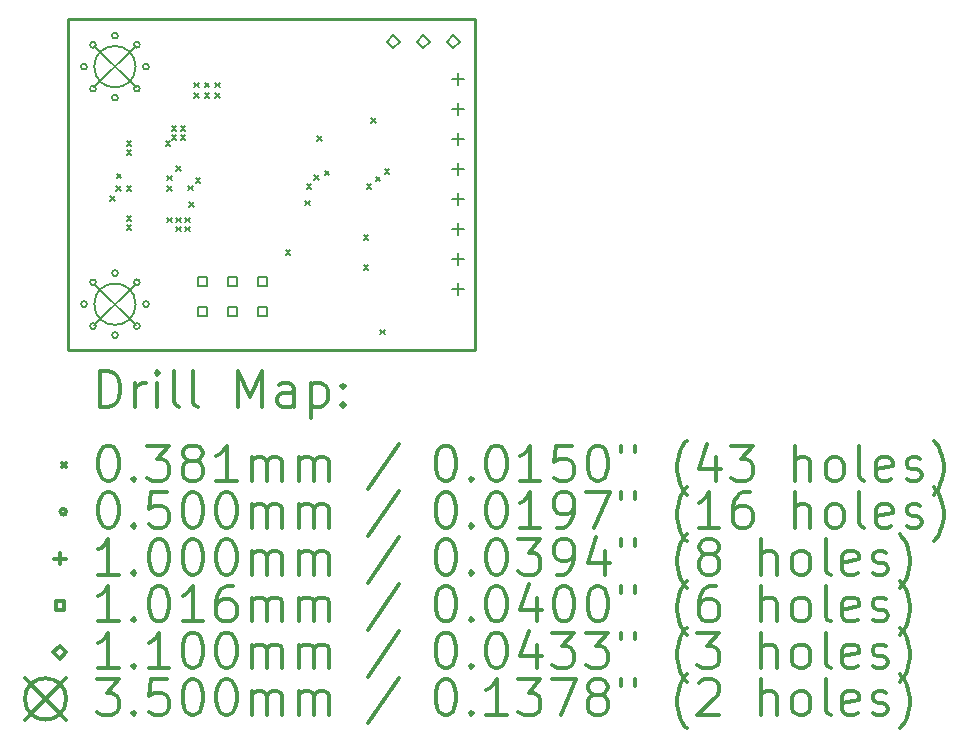
<source format=gbr>
%FSLAX45Y45*%
G04 Gerber Fmt 4.5, Leading zero omitted, Abs format (unit mm)*
G04 Created by KiCad (PCBNEW 5.1.10) date 2021-05-27 14:18:21*
%MOMM*%
%LPD*%
G01*
G04 APERTURE LIST*
%TA.AperFunction,Profile*%
%ADD10C,0.254000*%
%TD*%
%ADD11C,0.200000*%
%ADD12C,0.300000*%
G04 APERTURE END LIST*
D10*
X13610000Y-10160000D02*
X10160000Y-10160000D01*
X13610000Y-7360000D02*
X13610000Y-10160000D01*
X10160000Y-7360000D02*
X13610000Y-7360000D01*
X10160000Y-10160000D02*
X10160000Y-7360000D01*
D11*
X10521950Y-8858250D02*
X10560050Y-8896350D01*
X10560050Y-8858250D02*
X10521950Y-8896350D01*
X10572750Y-8774050D02*
X10610850Y-8812150D01*
X10610850Y-8774050D02*
X10572750Y-8812150D01*
X10574550Y-8665950D02*
X10612650Y-8704050D01*
X10612650Y-8665950D02*
X10574550Y-8704050D01*
X10661650Y-8393050D02*
X10699750Y-8431150D01*
X10699750Y-8393050D02*
X10661650Y-8431150D01*
X10661650Y-8469250D02*
X10699750Y-8507350D01*
X10699750Y-8469250D02*
X10661650Y-8507350D01*
X10661650Y-8774050D02*
X10699750Y-8812150D01*
X10699750Y-8774050D02*
X10661650Y-8812150D01*
X10661650Y-9028050D02*
X10699750Y-9066150D01*
X10699750Y-9028050D02*
X10661650Y-9066150D01*
X10661650Y-9104250D02*
X10699750Y-9142350D01*
X10699750Y-9104250D02*
X10661650Y-9142350D01*
X10991850Y-8393050D02*
X11029950Y-8431150D01*
X11029950Y-8393050D02*
X10991850Y-8431150D01*
X11004391Y-8685468D02*
X11042491Y-8723568D01*
X11042491Y-8685468D02*
X11004391Y-8723568D01*
X11004550Y-9040750D02*
X11042650Y-9078850D01*
X11042650Y-9040750D02*
X11004550Y-9078850D01*
X11004551Y-8774369D02*
X11042651Y-8812469D01*
X11042651Y-8774369D02*
X11004551Y-8812469D01*
X11042650Y-8266050D02*
X11080750Y-8304150D01*
X11080750Y-8266050D02*
X11042650Y-8304150D01*
X11042650Y-8342250D02*
X11080750Y-8380350D01*
X11080750Y-8342250D02*
X11042650Y-8380350D01*
X11080750Y-8604250D02*
X11118850Y-8642350D01*
X11118850Y-8604250D02*
X11080750Y-8642350D01*
X11080750Y-9040750D02*
X11118850Y-9078850D01*
X11118850Y-9040750D02*
X11080750Y-9078850D01*
X11080750Y-9116950D02*
X11118850Y-9155050D01*
X11118850Y-9116950D02*
X11080750Y-9155050D01*
X11118850Y-8266050D02*
X11156950Y-8304150D01*
X11156950Y-8266050D02*
X11118850Y-8304150D01*
X11118850Y-8342250D02*
X11156950Y-8380350D01*
X11156950Y-8342250D02*
X11118850Y-8380350D01*
X11156950Y-9040750D02*
X11195050Y-9078850D01*
X11195050Y-9040750D02*
X11156950Y-9078850D01*
X11156950Y-9116950D02*
X11195050Y-9155050D01*
X11195050Y-9116950D02*
X11156950Y-9155050D01*
X11182350Y-8769350D02*
X11220450Y-8807450D01*
X11220450Y-8769350D02*
X11182350Y-8807450D01*
X11188700Y-8909050D02*
X11226800Y-8947150D01*
X11226800Y-8909050D02*
X11188700Y-8947150D01*
X11233150Y-7897750D02*
X11271250Y-7935850D01*
X11271250Y-7897750D02*
X11233150Y-7935850D01*
X11233150Y-7986650D02*
X11271250Y-8024750D01*
X11271250Y-7986650D02*
X11233150Y-8024750D01*
X11245850Y-8705850D02*
X11283950Y-8743950D01*
X11283950Y-8705850D02*
X11245850Y-8743950D01*
X11322050Y-7897750D02*
X11360150Y-7935850D01*
X11360150Y-7897750D02*
X11322050Y-7935850D01*
X11322050Y-7986650D02*
X11360150Y-8024750D01*
X11360150Y-7986650D02*
X11322050Y-8024750D01*
X11410950Y-7897750D02*
X11449050Y-7935850D01*
X11449050Y-7897750D02*
X11410950Y-7935850D01*
X11410950Y-7986650D02*
X11449050Y-8024750D01*
X11449050Y-7986650D02*
X11410950Y-8024750D01*
X12007850Y-9315450D02*
X12045950Y-9353550D01*
X12045950Y-9315450D02*
X12007850Y-9353550D01*
X12172950Y-8896350D02*
X12211050Y-8934450D01*
X12211050Y-8896350D02*
X12172950Y-8934450D01*
X12185650Y-8756650D02*
X12223750Y-8794750D01*
X12223750Y-8756650D02*
X12185650Y-8794750D01*
X12249150Y-8680450D02*
X12287250Y-8718550D01*
X12287250Y-8680450D02*
X12249150Y-8718550D01*
X12274550Y-8350250D02*
X12312650Y-8388350D01*
X12312650Y-8350250D02*
X12274550Y-8388350D01*
X12338050Y-8642350D02*
X12376150Y-8680450D01*
X12376150Y-8642350D02*
X12338050Y-8680450D01*
X12668250Y-9188450D02*
X12706350Y-9226550D01*
X12706350Y-9188450D02*
X12668250Y-9226550D01*
X12668250Y-9442450D02*
X12706350Y-9480550D01*
X12706350Y-9442450D02*
X12668250Y-9480550D01*
X12693650Y-8756650D02*
X12731750Y-8794750D01*
X12731750Y-8756650D02*
X12693650Y-8794750D01*
X12731750Y-8197850D02*
X12769850Y-8235950D01*
X12769850Y-8197850D02*
X12731750Y-8235950D01*
X12769850Y-8693150D02*
X12807950Y-8731250D01*
X12807950Y-8693150D02*
X12769850Y-8731250D01*
X12807950Y-9988550D02*
X12846050Y-10026650D01*
X12846050Y-9988550D02*
X12807950Y-10026650D01*
X12846050Y-8629650D02*
X12884150Y-8667750D01*
X12884150Y-8629650D02*
X12846050Y-8667750D01*
X10322500Y-7760000D02*
G75*
G03*
X10322500Y-7760000I-25000J0D01*
G01*
X10322500Y-9771000D02*
G75*
G03*
X10322500Y-9771000I-25000J0D01*
G01*
X10399385Y-7574384D02*
G75*
G03*
X10399385Y-7574384I-25000J0D01*
G01*
X10399385Y-7945615D02*
G75*
G03*
X10399385Y-7945615I-25000J0D01*
G01*
X10399385Y-9585385D02*
G75*
G03*
X10399385Y-9585385I-25000J0D01*
G01*
X10399385Y-9956616D02*
G75*
G03*
X10399385Y-9956616I-25000J0D01*
G01*
X10585000Y-7497500D02*
G75*
G03*
X10585000Y-7497500I-25000J0D01*
G01*
X10585000Y-8022500D02*
G75*
G03*
X10585000Y-8022500I-25000J0D01*
G01*
X10585000Y-9508500D02*
G75*
G03*
X10585000Y-9508500I-25000J0D01*
G01*
X10585000Y-10033500D02*
G75*
G03*
X10585000Y-10033500I-25000J0D01*
G01*
X10770616Y-7574384D02*
G75*
G03*
X10770616Y-7574384I-25000J0D01*
G01*
X10770616Y-7945615D02*
G75*
G03*
X10770616Y-7945615I-25000J0D01*
G01*
X10770616Y-9585385D02*
G75*
G03*
X10770616Y-9585385I-25000J0D01*
G01*
X10770616Y-9956616D02*
G75*
G03*
X10770616Y-9956616I-25000J0D01*
G01*
X10847500Y-7760000D02*
G75*
G03*
X10847500Y-7760000I-25000J0D01*
G01*
X10847500Y-9771000D02*
G75*
G03*
X10847500Y-9771000I-25000J0D01*
G01*
X13462000Y-7816000D02*
X13462000Y-7916000D01*
X13412000Y-7866000D02*
X13512000Y-7866000D01*
X13462000Y-8070000D02*
X13462000Y-8170000D01*
X13412000Y-8120000D02*
X13512000Y-8120000D01*
X13462000Y-8324000D02*
X13462000Y-8424000D01*
X13412000Y-8374000D02*
X13512000Y-8374000D01*
X13462000Y-8578000D02*
X13462000Y-8678000D01*
X13412000Y-8628000D02*
X13512000Y-8628000D01*
X13462000Y-8832000D02*
X13462000Y-8932000D01*
X13412000Y-8882000D02*
X13512000Y-8882000D01*
X13462000Y-9086000D02*
X13462000Y-9186000D01*
X13412000Y-9136000D02*
X13512000Y-9136000D01*
X13462000Y-9340000D02*
X13462000Y-9440000D01*
X13412000Y-9390000D02*
X13512000Y-9390000D01*
X13462000Y-9594000D02*
X13462000Y-9694000D01*
X13412000Y-9644000D02*
X13512000Y-9644000D01*
X11338921Y-9616421D02*
X11338921Y-9544579D01*
X11267079Y-9544579D01*
X11267079Y-9616421D01*
X11338921Y-9616421D01*
X11338921Y-9870421D02*
X11338921Y-9798579D01*
X11267079Y-9798579D01*
X11267079Y-9870421D01*
X11338921Y-9870421D01*
X11592921Y-9616421D02*
X11592921Y-9544579D01*
X11521079Y-9544579D01*
X11521079Y-9616421D01*
X11592921Y-9616421D01*
X11592921Y-9870421D02*
X11592921Y-9798579D01*
X11521079Y-9798579D01*
X11521079Y-9870421D01*
X11592921Y-9870421D01*
X11846921Y-9616421D02*
X11846921Y-9544579D01*
X11775079Y-9544579D01*
X11775079Y-9616421D01*
X11846921Y-9616421D01*
X11846921Y-9870421D02*
X11846921Y-9798579D01*
X11775079Y-9798579D01*
X11775079Y-9870421D01*
X11846921Y-9870421D01*
X12915900Y-7605150D02*
X12970900Y-7550150D01*
X12915900Y-7495150D01*
X12860900Y-7550150D01*
X12915900Y-7605150D01*
X13169900Y-7605150D02*
X13224900Y-7550150D01*
X13169900Y-7495150D01*
X13114900Y-7550150D01*
X13169900Y-7605150D01*
X13423900Y-7605150D02*
X13478900Y-7550150D01*
X13423900Y-7495150D01*
X13368900Y-7550150D01*
X13423900Y-7605150D01*
X10385000Y-7585000D02*
X10735000Y-7935000D01*
X10735000Y-7585000D02*
X10385000Y-7935000D01*
X10735000Y-7760000D02*
G75*
G03*
X10735000Y-7760000I-175000J0D01*
G01*
X10385000Y-9596000D02*
X10735000Y-9946000D01*
X10735000Y-9596000D02*
X10385000Y-9946000D01*
X10735000Y-9771000D02*
G75*
G03*
X10735000Y-9771000I-175000J0D01*
G01*
D12*
X10433728Y-10638414D02*
X10433728Y-10338414D01*
X10505157Y-10338414D01*
X10548014Y-10352700D01*
X10576586Y-10381272D01*
X10590871Y-10409843D01*
X10605157Y-10466986D01*
X10605157Y-10509843D01*
X10590871Y-10566986D01*
X10576586Y-10595557D01*
X10548014Y-10624129D01*
X10505157Y-10638414D01*
X10433728Y-10638414D01*
X10733728Y-10638414D02*
X10733728Y-10438414D01*
X10733728Y-10495557D02*
X10748014Y-10466986D01*
X10762300Y-10452700D01*
X10790871Y-10438414D01*
X10819443Y-10438414D01*
X10919443Y-10638414D02*
X10919443Y-10438414D01*
X10919443Y-10338414D02*
X10905157Y-10352700D01*
X10919443Y-10366986D01*
X10933728Y-10352700D01*
X10919443Y-10338414D01*
X10919443Y-10366986D01*
X11105157Y-10638414D02*
X11076586Y-10624129D01*
X11062300Y-10595557D01*
X11062300Y-10338414D01*
X11262300Y-10638414D02*
X11233728Y-10624129D01*
X11219443Y-10595557D01*
X11219443Y-10338414D01*
X11605157Y-10638414D02*
X11605157Y-10338414D01*
X11705157Y-10552700D01*
X11805157Y-10338414D01*
X11805157Y-10638414D01*
X12076586Y-10638414D02*
X12076586Y-10481272D01*
X12062300Y-10452700D01*
X12033728Y-10438414D01*
X11976586Y-10438414D01*
X11948014Y-10452700D01*
X12076586Y-10624129D02*
X12048014Y-10638414D01*
X11976586Y-10638414D01*
X11948014Y-10624129D01*
X11933728Y-10595557D01*
X11933728Y-10566986D01*
X11948014Y-10538414D01*
X11976586Y-10524129D01*
X12048014Y-10524129D01*
X12076586Y-10509843D01*
X12219443Y-10438414D02*
X12219443Y-10738414D01*
X12219443Y-10452700D02*
X12248014Y-10438414D01*
X12305157Y-10438414D01*
X12333728Y-10452700D01*
X12348014Y-10466986D01*
X12362300Y-10495557D01*
X12362300Y-10581272D01*
X12348014Y-10609843D01*
X12333728Y-10624129D01*
X12305157Y-10638414D01*
X12248014Y-10638414D01*
X12219443Y-10624129D01*
X12490871Y-10609843D02*
X12505157Y-10624129D01*
X12490871Y-10638414D01*
X12476586Y-10624129D01*
X12490871Y-10609843D01*
X12490871Y-10638414D01*
X12490871Y-10452700D02*
X12505157Y-10466986D01*
X12490871Y-10481272D01*
X12476586Y-10466986D01*
X12490871Y-10452700D01*
X12490871Y-10481272D01*
X10109200Y-11113650D02*
X10147300Y-11151750D01*
X10147300Y-11113650D02*
X10109200Y-11151750D01*
X10490871Y-10968414D02*
X10519443Y-10968414D01*
X10548014Y-10982700D01*
X10562300Y-10996986D01*
X10576586Y-11025557D01*
X10590871Y-11082700D01*
X10590871Y-11154129D01*
X10576586Y-11211271D01*
X10562300Y-11239843D01*
X10548014Y-11254129D01*
X10519443Y-11268414D01*
X10490871Y-11268414D01*
X10462300Y-11254129D01*
X10448014Y-11239843D01*
X10433728Y-11211271D01*
X10419443Y-11154129D01*
X10419443Y-11082700D01*
X10433728Y-11025557D01*
X10448014Y-10996986D01*
X10462300Y-10982700D01*
X10490871Y-10968414D01*
X10719443Y-11239843D02*
X10733728Y-11254129D01*
X10719443Y-11268414D01*
X10705157Y-11254129D01*
X10719443Y-11239843D01*
X10719443Y-11268414D01*
X10833728Y-10968414D02*
X11019443Y-10968414D01*
X10919443Y-11082700D01*
X10962300Y-11082700D01*
X10990871Y-11096986D01*
X11005157Y-11111272D01*
X11019443Y-11139843D01*
X11019443Y-11211271D01*
X11005157Y-11239843D01*
X10990871Y-11254129D01*
X10962300Y-11268414D01*
X10876586Y-11268414D01*
X10848014Y-11254129D01*
X10833728Y-11239843D01*
X11190871Y-11096986D02*
X11162300Y-11082700D01*
X11148014Y-11068414D01*
X11133728Y-11039843D01*
X11133728Y-11025557D01*
X11148014Y-10996986D01*
X11162300Y-10982700D01*
X11190871Y-10968414D01*
X11248014Y-10968414D01*
X11276586Y-10982700D01*
X11290871Y-10996986D01*
X11305157Y-11025557D01*
X11305157Y-11039843D01*
X11290871Y-11068414D01*
X11276586Y-11082700D01*
X11248014Y-11096986D01*
X11190871Y-11096986D01*
X11162300Y-11111272D01*
X11148014Y-11125557D01*
X11133728Y-11154129D01*
X11133728Y-11211271D01*
X11148014Y-11239843D01*
X11162300Y-11254129D01*
X11190871Y-11268414D01*
X11248014Y-11268414D01*
X11276586Y-11254129D01*
X11290871Y-11239843D01*
X11305157Y-11211271D01*
X11305157Y-11154129D01*
X11290871Y-11125557D01*
X11276586Y-11111272D01*
X11248014Y-11096986D01*
X11590871Y-11268414D02*
X11419443Y-11268414D01*
X11505157Y-11268414D02*
X11505157Y-10968414D01*
X11476586Y-11011272D01*
X11448014Y-11039843D01*
X11419443Y-11054129D01*
X11719443Y-11268414D02*
X11719443Y-11068414D01*
X11719443Y-11096986D02*
X11733728Y-11082700D01*
X11762300Y-11068414D01*
X11805157Y-11068414D01*
X11833728Y-11082700D01*
X11848014Y-11111272D01*
X11848014Y-11268414D01*
X11848014Y-11111272D02*
X11862300Y-11082700D01*
X11890871Y-11068414D01*
X11933728Y-11068414D01*
X11962300Y-11082700D01*
X11976586Y-11111272D01*
X11976586Y-11268414D01*
X12119443Y-11268414D02*
X12119443Y-11068414D01*
X12119443Y-11096986D02*
X12133728Y-11082700D01*
X12162300Y-11068414D01*
X12205157Y-11068414D01*
X12233728Y-11082700D01*
X12248014Y-11111272D01*
X12248014Y-11268414D01*
X12248014Y-11111272D02*
X12262300Y-11082700D01*
X12290871Y-11068414D01*
X12333728Y-11068414D01*
X12362300Y-11082700D01*
X12376586Y-11111272D01*
X12376586Y-11268414D01*
X12962300Y-10954129D02*
X12705157Y-11339843D01*
X13348014Y-10968414D02*
X13376586Y-10968414D01*
X13405157Y-10982700D01*
X13419443Y-10996986D01*
X13433728Y-11025557D01*
X13448014Y-11082700D01*
X13448014Y-11154129D01*
X13433728Y-11211271D01*
X13419443Y-11239843D01*
X13405157Y-11254129D01*
X13376586Y-11268414D01*
X13348014Y-11268414D01*
X13319443Y-11254129D01*
X13305157Y-11239843D01*
X13290871Y-11211271D01*
X13276586Y-11154129D01*
X13276586Y-11082700D01*
X13290871Y-11025557D01*
X13305157Y-10996986D01*
X13319443Y-10982700D01*
X13348014Y-10968414D01*
X13576586Y-11239843D02*
X13590871Y-11254129D01*
X13576586Y-11268414D01*
X13562300Y-11254129D01*
X13576586Y-11239843D01*
X13576586Y-11268414D01*
X13776586Y-10968414D02*
X13805157Y-10968414D01*
X13833728Y-10982700D01*
X13848014Y-10996986D01*
X13862300Y-11025557D01*
X13876586Y-11082700D01*
X13876586Y-11154129D01*
X13862300Y-11211271D01*
X13848014Y-11239843D01*
X13833728Y-11254129D01*
X13805157Y-11268414D01*
X13776586Y-11268414D01*
X13748014Y-11254129D01*
X13733728Y-11239843D01*
X13719443Y-11211271D01*
X13705157Y-11154129D01*
X13705157Y-11082700D01*
X13719443Y-11025557D01*
X13733728Y-10996986D01*
X13748014Y-10982700D01*
X13776586Y-10968414D01*
X14162300Y-11268414D02*
X13990871Y-11268414D01*
X14076586Y-11268414D02*
X14076586Y-10968414D01*
X14048014Y-11011272D01*
X14019443Y-11039843D01*
X13990871Y-11054129D01*
X14433728Y-10968414D02*
X14290871Y-10968414D01*
X14276586Y-11111272D01*
X14290871Y-11096986D01*
X14319443Y-11082700D01*
X14390871Y-11082700D01*
X14419443Y-11096986D01*
X14433728Y-11111272D01*
X14448014Y-11139843D01*
X14448014Y-11211271D01*
X14433728Y-11239843D01*
X14419443Y-11254129D01*
X14390871Y-11268414D01*
X14319443Y-11268414D01*
X14290871Y-11254129D01*
X14276586Y-11239843D01*
X14633728Y-10968414D02*
X14662300Y-10968414D01*
X14690871Y-10982700D01*
X14705157Y-10996986D01*
X14719443Y-11025557D01*
X14733728Y-11082700D01*
X14733728Y-11154129D01*
X14719443Y-11211271D01*
X14705157Y-11239843D01*
X14690871Y-11254129D01*
X14662300Y-11268414D01*
X14633728Y-11268414D01*
X14605157Y-11254129D01*
X14590871Y-11239843D01*
X14576586Y-11211271D01*
X14562300Y-11154129D01*
X14562300Y-11082700D01*
X14576586Y-11025557D01*
X14590871Y-10996986D01*
X14605157Y-10982700D01*
X14633728Y-10968414D01*
X14848014Y-10968414D02*
X14848014Y-11025557D01*
X14962300Y-10968414D02*
X14962300Y-11025557D01*
X15405157Y-11382700D02*
X15390871Y-11368414D01*
X15362300Y-11325557D01*
X15348014Y-11296986D01*
X15333728Y-11254129D01*
X15319443Y-11182700D01*
X15319443Y-11125557D01*
X15333728Y-11054129D01*
X15348014Y-11011272D01*
X15362300Y-10982700D01*
X15390871Y-10939843D01*
X15405157Y-10925557D01*
X15648014Y-11068414D02*
X15648014Y-11268414D01*
X15576586Y-10954129D02*
X15505157Y-11168414D01*
X15690871Y-11168414D01*
X15776586Y-10968414D02*
X15962300Y-10968414D01*
X15862300Y-11082700D01*
X15905157Y-11082700D01*
X15933728Y-11096986D01*
X15948014Y-11111272D01*
X15962300Y-11139843D01*
X15962300Y-11211271D01*
X15948014Y-11239843D01*
X15933728Y-11254129D01*
X15905157Y-11268414D01*
X15819443Y-11268414D01*
X15790871Y-11254129D01*
X15776586Y-11239843D01*
X16319443Y-11268414D02*
X16319443Y-10968414D01*
X16448014Y-11268414D02*
X16448014Y-11111272D01*
X16433728Y-11082700D01*
X16405157Y-11068414D01*
X16362300Y-11068414D01*
X16333728Y-11082700D01*
X16319443Y-11096986D01*
X16633728Y-11268414D02*
X16605157Y-11254129D01*
X16590871Y-11239843D01*
X16576586Y-11211271D01*
X16576586Y-11125557D01*
X16590871Y-11096986D01*
X16605157Y-11082700D01*
X16633728Y-11068414D01*
X16676586Y-11068414D01*
X16705157Y-11082700D01*
X16719443Y-11096986D01*
X16733728Y-11125557D01*
X16733728Y-11211271D01*
X16719443Y-11239843D01*
X16705157Y-11254129D01*
X16676586Y-11268414D01*
X16633728Y-11268414D01*
X16905157Y-11268414D02*
X16876586Y-11254129D01*
X16862300Y-11225557D01*
X16862300Y-10968414D01*
X17133728Y-11254129D02*
X17105157Y-11268414D01*
X17048014Y-11268414D01*
X17019443Y-11254129D01*
X17005157Y-11225557D01*
X17005157Y-11111272D01*
X17019443Y-11082700D01*
X17048014Y-11068414D01*
X17105157Y-11068414D01*
X17133728Y-11082700D01*
X17148014Y-11111272D01*
X17148014Y-11139843D01*
X17005157Y-11168414D01*
X17262300Y-11254129D02*
X17290871Y-11268414D01*
X17348014Y-11268414D01*
X17376586Y-11254129D01*
X17390871Y-11225557D01*
X17390871Y-11211271D01*
X17376586Y-11182700D01*
X17348014Y-11168414D01*
X17305157Y-11168414D01*
X17276586Y-11154129D01*
X17262300Y-11125557D01*
X17262300Y-11111272D01*
X17276586Y-11082700D01*
X17305157Y-11068414D01*
X17348014Y-11068414D01*
X17376586Y-11082700D01*
X17490871Y-11382700D02*
X17505157Y-11368414D01*
X17533728Y-11325557D01*
X17548014Y-11296986D01*
X17562300Y-11254129D01*
X17576586Y-11182700D01*
X17576586Y-11125557D01*
X17562300Y-11054129D01*
X17548014Y-11011272D01*
X17533728Y-10982700D01*
X17505157Y-10939843D01*
X17490871Y-10925557D01*
X10147300Y-11528700D02*
G75*
G03*
X10147300Y-11528700I-25000J0D01*
G01*
X10490871Y-11364414D02*
X10519443Y-11364414D01*
X10548014Y-11378700D01*
X10562300Y-11392986D01*
X10576586Y-11421557D01*
X10590871Y-11478700D01*
X10590871Y-11550129D01*
X10576586Y-11607271D01*
X10562300Y-11635843D01*
X10548014Y-11650129D01*
X10519443Y-11664414D01*
X10490871Y-11664414D01*
X10462300Y-11650129D01*
X10448014Y-11635843D01*
X10433728Y-11607271D01*
X10419443Y-11550129D01*
X10419443Y-11478700D01*
X10433728Y-11421557D01*
X10448014Y-11392986D01*
X10462300Y-11378700D01*
X10490871Y-11364414D01*
X10719443Y-11635843D02*
X10733728Y-11650129D01*
X10719443Y-11664414D01*
X10705157Y-11650129D01*
X10719443Y-11635843D01*
X10719443Y-11664414D01*
X11005157Y-11364414D02*
X10862300Y-11364414D01*
X10848014Y-11507271D01*
X10862300Y-11492986D01*
X10890871Y-11478700D01*
X10962300Y-11478700D01*
X10990871Y-11492986D01*
X11005157Y-11507271D01*
X11019443Y-11535843D01*
X11019443Y-11607271D01*
X11005157Y-11635843D01*
X10990871Y-11650129D01*
X10962300Y-11664414D01*
X10890871Y-11664414D01*
X10862300Y-11650129D01*
X10848014Y-11635843D01*
X11205157Y-11364414D02*
X11233728Y-11364414D01*
X11262300Y-11378700D01*
X11276586Y-11392986D01*
X11290871Y-11421557D01*
X11305157Y-11478700D01*
X11305157Y-11550129D01*
X11290871Y-11607271D01*
X11276586Y-11635843D01*
X11262300Y-11650129D01*
X11233728Y-11664414D01*
X11205157Y-11664414D01*
X11176586Y-11650129D01*
X11162300Y-11635843D01*
X11148014Y-11607271D01*
X11133728Y-11550129D01*
X11133728Y-11478700D01*
X11148014Y-11421557D01*
X11162300Y-11392986D01*
X11176586Y-11378700D01*
X11205157Y-11364414D01*
X11490871Y-11364414D02*
X11519443Y-11364414D01*
X11548014Y-11378700D01*
X11562300Y-11392986D01*
X11576586Y-11421557D01*
X11590871Y-11478700D01*
X11590871Y-11550129D01*
X11576586Y-11607271D01*
X11562300Y-11635843D01*
X11548014Y-11650129D01*
X11519443Y-11664414D01*
X11490871Y-11664414D01*
X11462300Y-11650129D01*
X11448014Y-11635843D01*
X11433728Y-11607271D01*
X11419443Y-11550129D01*
X11419443Y-11478700D01*
X11433728Y-11421557D01*
X11448014Y-11392986D01*
X11462300Y-11378700D01*
X11490871Y-11364414D01*
X11719443Y-11664414D02*
X11719443Y-11464414D01*
X11719443Y-11492986D02*
X11733728Y-11478700D01*
X11762300Y-11464414D01*
X11805157Y-11464414D01*
X11833728Y-11478700D01*
X11848014Y-11507271D01*
X11848014Y-11664414D01*
X11848014Y-11507271D02*
X11862300Y-11478700D01*
X11890871Y-11464414D01*
X11933728Y-11464414D01*
X11962300Y-11478700D01*
X11976586Y-11507271D01*
X11976586Y-11664414D01*
X12119443Y-11664414D02*
X12119443Y-11464414D01*
X12119443Y-11492986D02*
X12133728Y-11478700D01*
X12162300Y-11464414D01*
X12205157Y-11464414D01*
X12233728Y-11478700D01*
X12248014Y-11507271D01*
X12248014Y-11664414D01*
X12248014Y-11507271D02*
X12262300Y-11478700D01*
X12290871Y-11464414D01*
X12333728Y-11464414D01*
X12362300Y-11478700D01*
X12376586Y-11507271D01*
X12376586Y-11664414D01*
X12962300Y-11350129D02*
X12705157Y-11735843D01*
X13348014Y-11364414D02*
X13376586Y-11364414D01*
X13405157Y-11378700D01*
X13419443Y-11392986D01*
X13433728Y-11421557D01*
X13448014Y-11478700D01*
X13448014Y-11550129D01*
X13433728Y-11607271D01*
X13419443Y-11635843D01*
X13405157Y-11650129D01*
X13376586Y-11664414D01*
X13348014Y-11664414D01*
X13319443Y-11650129D01*
X13305157Y-11635843D01*
X13290871Y-11607271D01*
X13276586Y-11550129D01*
X13276586Y-11478700D01*
X13290871Y-11421557D01*
X13305157Y-11392986D01*
X13319443Y-11378700D01*
X13348014Y-11364414D01*
X13576586Y-11635843D02*
X13590871Y-11650129D01*
X13576586Y-11664414D01*
X13562300Y-11650129D01*
X13576586Y-11635843D01*
X13576586Y-11664414D01*
X13776586Y-11364414D02*
X13805157Y-11364414D01*
X13833728Y-11378700D01*
X13848014Y-11392986D01*
X13862300Y-11421557D01*
X13876586Y-11478700D01*
X13876586Y-11550129D01*
X13862300Y-11607271D01*
X13848014Y-11635843D01*
X13833728Y-11650129D01*
X13805157Y-11664414D01*
X13776586Y-11664414D01*
X13748014Y-11650129D01*
X13733728Y-11635843D01*
X13719443Y-11607271D01*
X13705157Y-11550129D01*
X13705157Y-11478700D01*
X13719443Y-11421557D01*
X13733728Y-11392986D01*
X13748014Y-11378700D01*
X13776586Y-11364414D01*
X14162300Y-11664414D02*
X13990871Y-11664414D01*
X14076586Y-11664414D02*
X14076586Y-11364414D01*
X14048014Y-11407271D01*
X14019443Y-11435843D01*
X13990871Y-11450129D01*
X14305157Y-11664414D02*
X14362300Y-11664414D01*
X14390871Y-11650129D01*
X14405157Y-11635843D01*
X14433728Y-11592986D01*
X14448014Y-11535843D01*
X14448014Y-11421557D01*
X14433728Y-11392986D01*
X14419443Y-11378700D01*
X14390871Y-11364414D01*
X14333728Y-11364414D01*
X14305157Y-11378700D01*
X14290871Y-11392986D01*
X14276586Y-11421557D01*
X14276586Y-11492986D01*
X14290871Y-11521557D01*
X14305157Y-11535843D01*
X14333728Y-11550129D01*
X14390871Y-11550129D01*
X14419443Y-11535843D01*
X14433728Y-11521557D01*
X14448014Y-11492986D01*
X14548014Y-11364414D02*
X14748014Y-11364414D01*
X14619443Y-11664414D01*
X14848014Y-11364414D02*
X14848014Y-11421557D01*
X14962300Y-11364414D02*
X14962300Y-11421557D01*
X15405157Y-11778700D02*
X15390871Y-11764414D01*
X15362300Y-11721557D01*
X15348014Y-11692986D01*
X15333728Y-11650129D01*
X15319443Y-11578700D01*
X15319443Y-11521557D01*
X15333728Y-11450129D01*
X15348014Y-11407271D01*
X15362300Y-11378700D01*
X15390871Y-11335843D01*
X15405157Y-11321557D01*
X15676586Y-11664414D02*
X15505157Y-11664414D01*
X15590871Y-11664414D02*
X15590871Y-11364414D01*
X15562300Y-11407271D01*
X15533728Y-11435843D01*
X15505157Y-11450129D01*
X15933728Y-11364414D02*
X15876586Y-11364414D01*
X15848014Y-11378700D01*
X15833728Y-11392986D01*
X15805157Y-11435843D01*
X15790871Y-11492986D01*
X15790871Y-11607271D01*
X15805157Y-11635843D01*
X15819443Y-11650129D01*
X15848014Y-11664414D01*
X15905157Y-11664414D01*
X15933728Y-11650129D01*
X15948014Y-11635843D01*
X15962300Y-11607271D01*
X15962300Y-11535843D01*
X15948014Y-11507271D01*
X15933728Y-11492986D01*
X15905157Y-11478700D01*
X15848014Y-11478700D01*
X15819443Y-11492986D01*
X15805157Y-11507271D01*
X15790871Y-11535843D01*
X16319443Y-11664414D02*
X16319443Y-11364414D01*
X16448014Y-11664414D02*
X16448014Y-11507271D01*
X16433728Y-11478700D01*
X16405157Y-11464414D01*
X16362300Y-11464414D01*
X16333728Y-11478700D01*
X16319443Y-11492986D01*
X16633728Y-11664414D02*
X16605157Y-11650129D01*
X16590871Y-11635843D01*
X16576586Y-11607271D01*
X16576586Y-11521557D01*
X16590871Y-11492986D01*
X16605157Y-11478700D01*
X16633728Y-11464414D01*
X16676586Y-11464414D01*
X16705157Y-11478700D01*
X16719443Y-11492986D01*
X16733728Y-11521557D01*
X16733728Y-11607271D01*
X16719443Y-11635843D01*
X16705157Y-11650129D01*
X16676586Y-11664414D01*
X16633728Y-11664414D01*
X16905157Y-11664414D02*
X16876586Y-11650129D01*
X16862300Y-11621557D01*
X16862300Y-11364414D01*
X17133728Y-11650129D02*
X17105157Y-11664414D01*
X17048014Y-11664414D01*
X17019443Y-11650129D01*
X17005157Y-11621557D01*
X17005157Y-11507271D01*
X17019443Y-11478700D01*
X17048014Y-11464414D01*
X17105157Y-11464414D01*
X17133728Y-11478700D01*
X17148014Y-11507271D01*
X17148014Y-11535843D01*
X17005157Y-11564414D01*
X17262300Y-11650129D02*
X17290871Y-11664414D01*
X17348014Y-11664414D01*
X17376586Y-11650129D01*
X17390871Y-11621557D01*
X17390871Y-11607271D01*
X17376586Y-11578700D01*
X17348014Y-11564414D01*
X17305157Y-11564414D01*
X17276586Y-11550129D01*
X17262300Y-11521557D01*
X17262300Y-11507271D01*
X17276586Y-11478700D01*
X17305157Y-11464414D01*
X17348014Y-11464414D01*
X17376586Y-11478700D01*
X17490871Y-11778700D02*
X17505157Y-11764414D01*
X17533728Y-11721557D01*
X17548014Y-11692986D01*
X17562300Y-11650129D01*
X17576586Y-11578700D01*
X17576586Y-11521557D01*
X17562300Y-11450129D01*
X17548014Y-11407271D01*
X17533728Y-11378700D01*
X17505157Y-11335843D01*
X17490871Y-11321557D01*
X10097300Y-11874700D02*
X10097300Y-11974700D01*
X10047300Y-11924700D02*
X10147300Y-11924700D01*
X10590871Y-12060414D02*
X10419443Y-12060414D01*
X10505157Y-12060414D02*
X10505157Y-11760414D01*
X10476586Y-11803271D01*
X10448014Y-11831843D01*
X10419443Y-11846129D01*
X10719443Y-12031843D02*
X10733728Y-12046129D01*
X10719443Y-12060414D01*
X10705157Y-12046129D01*
X10719443Y-12031843D01*
X10719443Y-12060414D01*
X10919443Y-11760414D02*
X10948014Y-11760414D01*
X10976586Y-11774700D01*
X10990871Y-11788986D01*
X11005157Y-11817557D01*
X11019443Y-11874700D01*
X11019443Y-11946129D01*
X11005157Y-12003271D01*
X10990871Y-12031843D01*
X10976586Y-12046129D01*
X10948014Y-12060414D01*
X10919443Y-12060414D01*
X10890871Y-12046129D01*
X10876586Y-12031843D01*
X10862300Y-12003271D01*
X10848014Y-11946129D01*
X10848014Y-11874700D01*
X10862300Y-11817557D01*
X10876586Y-11788986D01*
X10890871Y-11774700D01*
X10919443Y-11760414D01*
X11205157Y-11760414D02*
X11233728Y-11760414D01*
X11262300Y-11774700D01*
X11276586Y-11788986D01*
X11290871Y-11817557D01*
X11305157Y-11874700D01*
X11305157Y-11946129D01*
X11290871Y-12003271D01*
X11276586Y-12031843D01*
X11262300Y-12046129D01*
X11233728Y-12060414D01*
X11205157Y-12060414D01*
X11176586Y-12046129D01*
X11162300Y-12031843D01*
X11148014Y-12003271D01*
X11133728Y-11946129D01*
X11133728Y-11874700D01*
X11148014Y-11817557D01*
X11162300Y-11788986D01*
X11176586Y-11774700D01*
X11205157Y-11760414D01*
X11490871Y-11760414D02*
X11519443Y-11760414D01*
X11548014Y-11774700D01*
X11562300Y-11788986D01*
X11576586Y-11817557D01*
X11590871Y-11874700D01*
X11590871Y-11946129D01*
X11576586Y-12003271D01*
X11562300Y-12031843D01*
X11548014Y-12046129D01*
X11519443Y-12060414D01*
X11490871Y-12060414D01*
X11462300Y-12046129D01*
X11448014Y-12031843D01*
X11433728Y-12003271D01*
X11419443Y-11946129D01*
X11419443Y-11874700D01*
X11433728Y-11817557D01*
X11448014Y-11788986D01*
X11462300Y-11774700D01*
X11490871Y-11760414D01*
X11719443Y-12060414D02*
X11719443Y-11860414D01*
X11719443Y-11888986D02*
X11733728Y-11874700D01*
X11762300Y-11860414D01*
X11805157Y-11860414D01*
X11833728Y-11874700D01*
X11848014Y-11903271D01*
X11848014Y-12060414D01*
X11848014Y-11903271D02*
X11862300Y-11874700D01*
X11890871Y-11860414D01*
X11933728Y-11860414D01*
X11962300Y-11874700D01*
X11976586Y-11903271D01*
X11976586Y-12060414D01*
X12119443Y-12060414D02*
X12119443Y-11860414D01*
X12119443Y-11888986D02*
X12133728Y-11874700D01*
X12162300Y-11860414D01*
X12205157Y-11860414D01*
X12233728Y-11874700D01*
X12248014Y-11903271D01*
X12248014Y-12060414D01*
X12248014Y-11903271D02*
X12262300Y-11874700D01*
X12290871Y-11860414D01*
X12333728Y-11860414D01*
X12362300Y-11874700D01*
X12376586Y-11903271D01*
X12376586Y-12060414D01*
X12962300Y-11746129D02*
X12705157Y-12131843D01*
X13348014Y-11760414D02*
X13376586Y-11760414D01*
X13405157Y-11774700D01*
X13419443Y-11788986D01*
X13433728Y-11817557D01*
X13448014Y-11874700D01*
X13448014Y-11946129D01*
X13433728Y-12003271D01*
X13419443Y-12031843D01*
X13405157Y-12046129D01*
X13376586Y-12060414D01*
X13348014Y-12060414D01*
X13319443Y-12046129D01*
X13305157Y-12031843D01*
X13290871Y-12003271D01*
X13276586Y-11946129D01*
X13276586Y-11874700D01*
X13290871Y-11817557D01*
X13305157Y-11788986D01*
X13319443Y-11774700D01*
X13348014Y-11760414D01*
X13576586Y-12031843D02*
X13590871Y-12046129D01*
X13576586Y-12060414D01*
X13562300Y-12046129D01*
X13576586Y-12031843D01*
X13576586Y-12060414D01*
X13776586Y-11760414D02*
X13805157Y-11760414D01*
X13833728Y-11774700D01*
X13848014Y-11788986D01*
X13862300Y-11817557D01*
X13876586Y-11874700D01*
X13876586Y-11946129D01*
X13862300Y-12003271D01*
X13848014Y-12031843D01*
X13833728Y-12046129D01*
X13805157Y-12060414D01*
X13776586Y-12060414D01*
X13748014Y-12046129D01*
X13733728Y-12031843D01*
X13719443Y-12003271D01*
X13705157Y-11946129D01*
X13705157Y-11874700D01*
X13719443Y-11817557D01*
X13733728Y-11788986D01*
X13748014Y-11774700D01*
X13776586Y-11760414D01*
X13976586Y-11760414D02*
X14162300Y-11760414D01*
X14062300Y-11874700D01*
X14105157Y-11874700D01*
X14133728Y-11888986D01*
X14148014Y-11903271D01*
X14162300Y-11931843D01*
X14162300Y-12003271D01*
X14148014Y-12031843D01*
X14133728Y-12046129D01*
X14105157Y-12060414D01*
X14019443Y-12060414D01*
X13990871Y-12046129D01*
X13976586Y-12031843D01*
X14305157Y-12060414D02*
X14362300Y-12060414D01*
X14390871Y-12046129D01*
X14405157Y-12031843D01*
X14433728Y-11988986D01*
X14448014Y-11931843D01*
X14448014Y-11817557D01*
X14433728Y-11788986D01*
X14419443Y-11774700D01*
X14390871Y-11760414D01*
X14333728Y-11760414D01*
X14305157Y-11774700D01*
X14290871Y-11788986D01*
X14276586Y-11817557D01*
X14276586Y-11888986D01*
X14290871Y-11917557D01*
X14305157Y-11931843D01*
X14333728Y-11946129D01*
X14390871Y-11946129D01*
X14419443Y-11931843D01*
X14433728Y-11917557D01*
X14448014Y-11888986D01*
X14705157Y-11860414D02*
X14705157Y-12060414D01*
X14633728Y-11746129D02*
X14562300Y-11960414D01*
X14748014Y-11960414D01*
X14848014Y-11760414D02*
X14848014Y-11817557D01*
X14962300Y-11760414D02*
X14962300Y-11817557D01*
X15405157Y-12174700D02*
X15390871Y-12160414D01*
X15362300Y-12117557D01*
X15348014Y-12088986D01*
X15333728Y-12046129D01*
X15319443Y-11974700D01*
X15319443Y-11917557D01*
X15333728Y-11846129D01*
X15348014Y-11803271D01*
X15362300Y-11774700D01*
X15390871Y-11731843D01*
X15405157Y-11717557D01*
X15562300Y-11888986D02*
X15533728Y-11874700D01*
X15519443Y-11860414D01*
X15505157Y-11831843D01*
X15505157Y-11817557D01*
X15519443Y-11788986D01*
X15533728Y-11774700D01*
X15562300Y-11760414D01*
X15619443Y-11760414D01*
X15648014Y-11774700D01*
X15662300Y-11788986D01*
X15676586Y-11817557D01*
X15676586Y-11831843D01*
X15662300Y-11860414D01*
X15648014Y-11874700D01*
X15619443Y-11888986D01*
X15562300Y-11888986D01*
X15533728Y-11903271D01*
X15519443Y-11917557D01*
X15505157Y-11946129D01*
X15505157Y-12003271D01*
X15519443Y-12031843D01*
X15533728Y-12046129D01*
X15562300Y-12060414D01*
X15619443Y-12060414D01*
X15648014Y-12046129D01*
X15662300Y-12031843D01*
X15676586Y-12003271D01*
X15676586Y-11946129D01*
X15662300Y-11917557D01*
X15648014Y-11903271D01*
X15619443Y-11888986D01*
X16033728Y-12060414D02*
X16033728Y-11760414D01*
X16162300Y-12060414D02*
X16162300Y-11903271D01*
X16148014Y-11874700D01*
X16119443Y-11860414D01*
X16076586Y-11860414D01*
X16048014Y-11874700D01*
X16033728Y-11888986D01*
X16348014Y-12060414D02*
X16319443Y-12046129D01*
X16305157Y-12031843D01*
X16290871Y-12003271D01*
X16290871Y-11917557D01*
X16305157Y-11888986D01*
X16319443Y-11874700D01*
X16348014Y-11860414D01*
X16390871Y-11860414D01*
X16419443Y-11874700D01*
X16433728Y-11888986D01*
X16448014Y-11917557D01*
X16448014Y-12003271D01*
X16433728Y-12031843D01*
X16419443Y-12046129D01*
X16390871Y-12060414D01*
X16348014Y-12060414D01*
X16619443Y-12060414D02*
X16590871Y-12046129D01*
X16576586Y-12017557D01*
X16576586Y-11760414D01*
X16848014Y-12046129D02*
X16819443Y-12060414D01*
X16762300Y-12060414D01*
X16733728Y-12046129D01*
X16719443Y-12017557D01*
X16719443Y-11903271D01*
X16733728Y-11874700D01*
X16762300Y-11860414D01*
X16819443Y-11860414D01*
X16848014Y-11874700D01*
X16862300Y-11903271D01*
X16862300Y-11931843D01*
X16719443Y-11960414D01*
X16976586Y-12046129D02*
X17005157Y-12060414D01*
X17062300Y-12060414D01*
X17090871Y-12046129D01*
X17105157Y-12017557D01*
X17105157Y-12003271D01*
X17090871Y-11974700D01*
X17062300Y-11960414D01*
X17019443Y-11960414D01*
X16990871Y-11946129D01*
X16976586Y-11917557D01*
X16976586Y-11903271D01*
X16990871Y-11874700D01*
X17019443Y-11860414D01*
X17062300Y-11860414D01*
X17090871Y-11874700D01*
X17205157Y-12174700D02*
X17219443Y-12160414D01*
X17248014Y-12117557D01*
X17262300Y-12088986D01*
X17276586Y-12046129D01*
X17290871Y-11974700D01*
X17290871Y-11917557D01*
X17276586Y-11846129D01*
X17262300Y-11803271D01*
X17248014Y-11774700D01*
X17219443Y-11731843D01*
X17205157Y-11717557D01*
X10132421Y-12356621D02*
X10132421Y-12284779D01*
X10060579Y-12284779D01*
X10060579Y-12356621D01*
X10132421Y-12356621D01*
X10590871Y-12456414D02*
X10419443Y-12456414D01*
X10505157Y-12456414D02*
X10505157Y-12156414D01*
X10476586Y-12199271D01*
X10448014Y-12227843D01*
X10419443Y-12242129D01*
X10719443Y-12427843D02*
X10733728Y-12442129D01*
X10719443Y-12456414D01*
X10705157Y-12442129D01*
X10719443Y-12427843D01*
X10719443Y-12456414D01*
X10919443Y-12156414D02*
X10948014Y-12156414D01*
X10976586Y-12170700D01*
X10990871Y-12184986D01*
X11005157Y-12213557D01*
X11019443Y-12270700D01*
X11019443Y-12342129D01*
X11005157Y-12399271D01*
X10990871Y-12427843D01*
X10976586Y-12442129D01*
X10948014Y-12456414D01*
X10919443Y-12456414D01*
X10890871Y-12442129D01*
X10876586Y-12427843D01*
X10862300Y-12399271D01*
X10848014Y-12342129D01*
X10848014Y-12270700D01*
X10862300Y-12213557D01*
X10876586Y-12184986D01*
X10890871Y-12170700D01*
X10919443Y-12156414D01*
X11305157Y-12456414D02*
X11133728Y-12456414D01*
X11219443Y-12456414D02*
X11219443Y-12156414D01*
X11190871Y-12199271D01*
X11162300Y-12227843D01*
X11133728Y-12242129D01*
X11562300Y-12156414D02*
X11505157Y-12156414D01*
X11476586Y-12170700D01*
X11462300Y-12184986D01*
X11433728Y-12227843D01*
X11419443Y-12284986D01*
X11419443Y-12399271D01*
X11433728Y-12427843D01*
X11448014Y-12442129D01*
X11476586Y-12456414D01*
X11533728Y-12456414D01*
X11562300Y-12442129D01*
X11576586Y-12427843D01*
X11590871Y-12399271D01*
X11590871Y-12327843D01*
X11576586Y-12299271D01*
X11562300Y-12284986D01*
X11533728Y-12270700D01*
X11476586Y-12270700D01*
X11448014Y-12284986D01*
X11433728Y-12299271D01*
X11419443Y-12327843D01*
X11719443Y-12456414D02*
X11719443Y-12256414D01*
X11719443Y-12284986D02*
X11733728Y-12270700D01*
X11762300Y-12256414D01*
X11805157Y-12256414D01*
X11833728Y-12270700D01*
X11848014Y-12299271D01*
X11848014Y-12456414D01*
X11848014Y-12299271D02*
X11862300Y-12270700D01*
X11890871Y-12256414D01*
X11933728Y-12256414D01*
X11962300Y-12270700D01*
X11976586Y-12299271D01*
X11976586Y-12456414D01*
X12119443Y-12456414D02*
X12119443Y-12256414D01*
X12119443Y-12284986D02*
X12133728Y-12270700D01*
X12162300Y-12256414D01*
X12205157Y-12256414D01*
X12233728Y-12270700D01*
X12248014Y-12299271D01*
X12248014Y-12456414D01*
X12248014Y-12299271D02*
X12262300Y-12270700D01*
X12290871Y-12256414D01*
X12333728Y-12256414D01*
X12362300Y-12270700D01*
X12376586Y-12299271D01*
X12376586Y-12456414D01*
X12962300Y-12142129D02*
X12705157Y-12527843D01*
X13348014Y-12156414D02*
X13376586Y-12156414D01*
X13405157Y-12170700D01*
X13419443Y-12184986D01*
X13433728Y-12213557D01*
X13448014Y-12270700D01*
X13448014Y-12342129D01*
X13433728Y-12399271D01*
X13419443Y-12427843D01*
X13405157Y-12442129D01*
X13376586Y-12456414D01*
X13348014Y-12456414D01*
X13319443Y-12442129D01*
X13305157Y-12427843D01*
X13290871Y-12399271D01*
X13276586Y-12342129D01*
X13276586Y-12270700D01*
X13290871Y-12213557D01*
X13305157Y-12184986D01*
X13319443Y-12170700D01*
X13348014Y-12156414D01*
X13576586Y-12427843D02*
X13590871Y-12442129D01*
X13576586Y-12456414D01*
X13562300Y-12442129D01*
X13576586Y-12427843D01*
X13576586Y-12456414D01*
X13776586Y-12156414D02*
X13805157Y-12156414D01*
X13833728Y-12170700D01*
X13848014Y-12184986D01*
X13862300Y-12213557D01*
X13876586Y-12270700D01*
X13876586Y-12342129D01*
X13862300Y-12399271D01*
X13848014Y-12427843D01*
X13833728Y-12442129D01*
X13805157Y-12456414D01*
X13776586Y-12456414D01*
X13748014Y-12442129D01*
X13733728Y-12427843D01*
X13719443Y-12399271D01*
X13705157Y-12342129D01*
X13705157Y-12270700D01*
X13719443Y-12213557D01*
X13733728Y-12184986D01*
X13748014Y-12170700D01*
X13776586Y-12156414D01*
X14133728Y-12256414D02*
X14133728Y-12456414D01*
X14062300Y-12142129D02*
X13990871Y-12356414D01*
X14176586Y-12356414D01*
X14348014Y-12156414D02*
X14376586Y-12156414D01*
X14405157Y-12170700D01*
X14419443Y-12184986D01*
X14433728Y-12213557D01*
X14448014Y-12270700D01*
X14448014Y-12342129D01*
X14433728Y-12399271D01*
X14419443Y-12427843D01*
X14405157Y-12442129D01*
X14376586Y-12456414D01*
X14348014Y-12456414D01*
X14319443Y-12442129D01*
X14305157Y-12427843D01*
X14290871Y-12399271D01*
X14276586Y-12342129D01*
X14276586Y-12270700D01*
X14290871Y-12213557D01*
X14305157Y-12184986D01*
X14319443Y-12170700D01*
X14348014Y-12156414D01*
X14633728Y-12156414D02*
X14662300Y-12156414D01*
X14690871Y-12170700D01*
X14705157Y-12184986D01*
X14719443Y-12213557D01*
X14733728Y-12270700D01*
X14733728Y-12342129D01*
X14719443Y-12399271D01*
X14705157Y-12427843D01*
X14690871Y-12442129D01*
X14662300Y-12456414D01*
X14633728Y-12456414D01*
X14605157Y-12442129D01*
X14590871Y-12427843D01*
X14576586Y-12399271D01*
X14562300Y-12342129D01*
X14562300Y-12270700D01*
X14576586Y-12213557D01*
X14590871Y-12184986D01*
X14605157Y-12170700D01*
X14633728Y-12156414D01*
X14848014Y-12156414D02*
X14848014Y-12213557D01*
X14962300Y-12156414D02*
X14962300Y-12213557D01*
X15405157Y-12570700D02*
X15390871Y-12556414D01*
X15362300Y-12513557D01*
X15348014Y-12484986D01*
X15333728Y-12442129D01*
X15319443Y-12370700D01*
X15319443Y-12313557D01*
X15333728Y-12242129D01*
X15348014Y-12199271D01*
X15362300Y-12170700D01*
X15390871Y-12127843D01*
X15405157Y-12113557D01*
X15648014Y-12156414D02*
X15590871Y-12156414D01*
X15562300Y-12170700D01*
X15548014Y-12184986D01*
X15519443Y-12227843D01*
X15505157Y-12284986D01*
X15505157Y-12399271D01*
X15519443Y-12427843D01*
X15533728Y-12442129D01*
X15562300Y-12456414D01*
X15619443Y-12456414D01*
X15648014Y-12442129D01*
X15662300Y-12427843D01*
X15676586Y-12399271D01*
X15676586Y-12327843D01*
X15662300Y-12299271D01*
X15648014Y-12284986D01*
X15619443Y-12270700D01*
X15562300Y-12270700D01*
X15533728Y-12284986D01*
X15519443Y-12299271D01*
X15505157Y-12327843D01*
X16033728Y-12456414D02*
X16033728Y-12156414D01*
X16162300Y-12456414D02*
X16162300Y-12299271D01*
X16148014Y-12270700D01*
X16119443Y-12256414D01*
X16076586Y-12256414D01*
X16048014Y-12270700D01*
X16033728Y-12284986D01*
X16348014Y-12456414D02*
X16319443Y-12442129D01*
X16305157Y-12427843D01*
X16290871Y-12399271D01*
X16290871Y-12313557D01*
X16305157Y-12284986D01*
X16319443Y-12270700D01*
X16348014Y-12256414D01*
X16390871Y-12256414D01*
X16419443Y-12270700D01*
X16433728Y-12284986D01*
X16448014Y-12313557D01*
X16448014Y-12399271D01*
X16433728Y-12427843D01*
X16419443Y-12442129D01*
X16390871Y-12456414D01*
X16348014Y-12456414D01*
X16619443Y-12456414D02*
X16590871Y-12442129D01*
X16576586Y-12413557D01*
X16576586Y-12156414D01*
X16848014Y-12442129D02*
X16819443Y-12456414D01*
X16762300Y-12456414D01*
X16733728Y-12442129D01*
X16719443Y-12413557D01*
X16719443Y-12299271D01*
X16733728Y-12270700D01*
X16762300Y-12256414D01*
X16819443Y-12256414D01*
X16848014Y-12270700D01*
X16862300Y-12299271D01*
X16862300Y-12327843D01*
X16719443Y-12356414D01*
X16976586Y-12442129D02*
X17005157Y-12456414D01*
X17062300Y-12456414D01*
X17090871Y-12442129D01*
X17105157Y-12413557D01*
X17105157Y-12399271D01*
X17090871Y-12370700D01*
X17062300Y-12356414D01*
X17019443Y-12356414D01*
X16990871Y-12342129D01*
X16976586Y-12313557D01*
X16976586Y-12299271D01*
X16990871Y-12270700D01*
X17019443Y-12256414D01*
X17062300Y-12256414D01*
X17090871Y-12270700D01*
X17205157Y-12570700D02*
X17219443Y-12556414D01*
X17248014Y-12513557D01*
X17262300Y-12484986D01*
X17276586Y-12442129D01*
X17290871Y-12370700D01*
X17290871Y-12313557D01*
X17276586Y-12242129D01*
X17262300Y-12199271D01*
X17248014Y-12170700D01*
X17219443Y-12127843D01*
X17205157Y-12113557D01*
X10092300Y-12771700D02*
X10147300Y-12716700D01*
X10092300Y-12661700D01*
X10037300Y-12716700D01*
X10092300Y-12771700D01*
X10590871Y-12852414D02*
X10419443Y-12852414D01*
X10505157Y-12852414D02*
X10505157Y-12552414D01*
X10476586Y-12595271D01*
X10448014Y-12623843D01*
X10419443Y-12638129D01*
X10719443Y-12823843D02*
X10733728Y-12838129D01*
X10719443Y-12852414D01*
X10705157Y-12838129D01*
X10719443Y-12823843D01*
X10719443Y-12852414D01*
X11019443Y-12852414D02*
X10848014Y-12852414D01*
X10933728Y-12852414D02*
X10933728Y-12552414D01*
X10905157Y-12595271D01*
X10876586Y-12623843D01*
X10848014Y-12638129D01*
X11205157Y-12552414D02*
X11233728Y-12552414D01*
X11262300Y-12566700D01*
X11276586Y-12580986D01*
X11290871Y-12609557D01*
X11305157Y-12666700D01*
X11305157Y-12738129D01*
X11290871Y-12795271D01*
X11276586Y-12823843D01*
X11262300Y-12838129D01*
X11233728Y-12852414D01*
X11205157Y-12852414D01*
X11176586Y-12838129D01*
X11162300Y-12823843D01*
X11148014Y-12795271D01*
X11133728Y-12738129D01*
X11133728Y-12666700D01*
X11148014Y-12609557D01*
X11162300Y-12580986D01*
X11176586Y-12566700D01*
X11205157Y-12552414D01*
X11490871Y-12552414D02*
X11519443Y-12552414D01*
X11548014Y-12566700D01*
X11562300Y-12580986D01*
X11576586Y-12609557D01*
X11590871Y-12666700D01*
X11590871Y-12738129D01*
X11576586Y-12795271D01*
X11562300Y-12823843D01*
X11548014Y-12838129D01*
X11519443Y-12852414D01*
X11490871Y-12852414D01*
X11462300Y-12838129D01*
X11448014Y-12823843D01*
X11433728Y-12795271D01*
X11419443Y-12738129D01*
X11419443Y-12666700D01*
X11433728Y-12609557D01*
X11448014Y-12580986D01*
X11462300Y-12566700D01*
X11490871Y-12552414D01*
X11719443Y-12852414D02*
X11719443Y-12652414D01*
X11719443Y-12680986D02*
X11733728Y-12666700D01*
X11762300Y-12652414D01*
X11805157Y-12652414D01*
X11833728Y-12666700D01*
X11848014Y-12695271D01*
X11848014Y-12852414D01*
X11848014Y-12695271D02*
X11862300Y-12666700D01*
X11890871Y-12652414D01*
X11933728Y-12652414D01*
X11962300Y-12666700D01*
X11976586Y-12695271D01*
X11976586Y-12852414D01*
X12119443Y-12852414D02*
X12119443Y-12652414D01*
X12119443Y-12680986D02*
X12133728Y-12666700D01*
X12162300Y-12652414D01*
X12205157Y-12652414D01*
X12233728Y-12666700D01*
X12248014Y-12695271D01*
X12248014Y-12852414D01*
X12248014Y-12695271D02*
X12262300Y-12666700D01*
X12290871Y-12652414D01*
X12333728Y-12652414D01*
X12362300Y-12666700D01*
X12376586Y-12695271D01*
X12376586Y-12852414D01*
X12962300Y-12538129D02*
X12705157Y-12923843D01*
X13348014Y-12552414D02*
X13376586Y-12552414D01*
X13405157Y-12566700D01*
X13419443Y-12580986D01*
X13433728Y-12609557D01*
X13448014Y-12666700D01*
X13448014Y-12738129D01*
X13433728Y-12795271D01*
X13419443Y-12823843D01*
X13405157Y-12838129D01*
X13376586Y-12852414D01*
X13348014Y-12852414D01*
X13319443Y-12838129D01*
X13305157Y-12823843D01*
X13290871Y-12795271D01*
X13276586Y-12738129D01*
X13276586Y-12666700D01*
X13290871Y-12609557D01*
X13305157Y-12580986D01*
X13319443Y-12566700D01*
X13348014Y-12552414D01*
X13576586Y-12823843D02*
X13590871Y-12838129D01*
X13576586Y-12852414D01*
X13562300Y-12838129D01*
X13576586Y-12823843D01*
X13576586Y-12852414D01*
X13776586Y-12552414D02*
X13805157Y-12552414D01*
X13833728Y-12566700D01*
X13848014Y-12580986D01*
X13862300Y-12609557D01*
X13876586Y-12666700D01*
X13876586Y-12738129D01*
X13862300Y-12795271D01*
X13848014Y-12823843D01*
X13833728Y-12838129D01*
X13805157Y-12852414D01*
X13776586Y-12852414D01*
X13748014Y-12838129D01*
X13733728Y-12823843D01*
X13719443Y-12795271D01*
X13705157Y-12738129D01*
X13705157Y-12666700D01*
X13719443Y-12609557D01*
X13733728Y-12580986D01*
X13748014Y-12566700D01*
X13776586Y-12552414D01*
X14133728Y-12652414D02*
X14133728Y-12852414D01*
X14062300Y-12538129D02*
X13990871Y-12752414D01*
X14176586Y-12752414D01*
X14262300Y-12552414D02*
X14448014Y-12552414D01*
X14348014Y-12666700D01*
X14390871Y-12666700D01*
X14419443Y-12680986D01*
X14433728Y-12695271D01*
X14448014Y-12723843D01*
X14448014Y-12795271D01*
X14433728Y-12823843D01*
X14419443Y-12838129D01*
X14390871Y-12852414D01*
X14305157Y-12852414D01*
X14276586Y-12838129D01*
X14262300Y-12823843D01*
X14548014Y-12552414D02*
X14733728Y-12552414D01*
X14633728Y-12666700D01*
X14676586Y-12666700D01*
X14705157Y-12680986D01*
X14719443Y-12695271D01*
X14733728Y-12723843D01*
X14733728Y-12795271D01*
X14719443Y-12823843D01*
X14705157Y-12838129D01*
X14676586Y-12852414D01*
X14590871Y-12852414D01*
X14562300Y-12838129D01*
X14548014Y-12823843D01*
X14848014Y-12552414D02*
X14848014Y-12609557D01*
X14962300Y-12552414D02*
X14962300Y-12609557D01*
X15405157Y-12966700D02*
X15390871Y-12952414D01*
X15362300Y-12909557D01*
X15348014Y-12880986D01*
X15333728Y-12838129D01*
X15319443Y-12766700D01*
X15319443Y-12709557D01*
X15333728Y-12638129D01*
X15348014Y-12595271D01*
X15362300Y-12566700D01*
X15390871Y-12523843D01*
X15405157Y-12509557D01*
X15490871Y-12552414D02*
X15676586Y-12552414D01*
X15576586Y-12666700D01*
X15619443Y-12666700D01*
X15648014Y-12680986D01*
X15662300Y-12695271D01*
X15676586Y-12723843D01*
X15676586Y-12795271D01*
X15662300Y-12823843D01*
X15648014Y-12838129D01*
X15619443Y-12852414D01*
X15533728Y-12852414D01*
X15505157Y-12838129D01*
X15490871Y-12823843D01*
X16033728Y-12852414D02*
X16033728Y-12552414D01*
X16162300Y-12852414D02*
X16162300Y-12695271D01*
X16148014Y-12666700D01*
X16119443Y-12652414D01*
X16076586Y-12652414D01*
X16048014Y-12666700D01*
X16033728Y-12680986D01*
X16348014Y-12852414D02*
X16319443Y-12838129D01*
X16305157Y-12823843D01*
X16290871Y-12795271D01*
X16290871Y-12709557D01*
X16305157Y-12680986D01*
X16319443Y-12666700D01*
X16348014Y-12652414D01*
X16390871Y-12652414D01*
X16419443Y-12666700D01*
X16433728Y-12680986D01*
X16448014Y-12709557D01*
X16448014Y-12795271D01*
X16433728Y-12823843D01*
X16419443Y-12838129D01*
X16390871Y-12852414D01*
X16348014Y-12852414D01*
X16619443Y-12852414D02*
X16590871Y-12838129D01*
X16576586Y-12809557D01*
X16576586Y-12552414D01*
X16848014Y-12838129D02*
X16819443Y-12852414D01*
X16762300Y-12852414D01*
X16733728Y-12838129D01*
X16719443Y-12809557D01*
X16719443Y-12695271D01*
X16733728Y-12666700D01*
X16762300Y-12652414D01*
X16819443Y-12652414D01*
X16848014Y-12666700D01*
X16862300Y-12695271D01*
X16862300Y-12723843D01*
X16719443Y-12752414D01*
X16976586Y-12838129D02*
X17005157Y-12852414D01*
X17062300Y-12852414D01*
X17090871Y-12838129D01*
X17105157Y-12809557D01*
X17105157Y-12795271D01*
X17090871Y-12766700D01*
X17062300Y-12752414D01*
X17019443Y-12752414D01*
X16990871Y-12738129D01*
X16976586Y-12709557D01*
X16976586Y-12695271D01*
X16990871Y-12666700D01*
X17019443Y-12652414D01*
X17062300Y-12652414D01*
X17090871Y-12666700D01*
X17205157Y-12966700D02*
X17219443Y-12952414D01*
X17248014Y-12909557D01*
X17262300Y-12880986D01*
X17276586Y-12838129D01*
X17290871Y-12766700D01*
X17290871Y-12709557D01*
X17276586Y-12638129D01*
X17262300Y-12595271D01*
X17248014Y-12566700D01*
X17219443Y-12523843D01*
X17205157Y-12509557D01*
X9797300Y-12937700D02*
X10147300Y-13287700D01*
X10147300Y-12937700D02*
X9797300Y-13287700D01*
X10147300Y-13112700D02*
G75*
G03*
X10147300Y-13112700I-175000J0D01*
G01*
X10405157Y-12948414D02*
X10590871Y-12948414D01*
X10490871Y-13062700D01*
X10533728Y-13062700D01*
X10562300Y-13076986D01*
X10576586Y-13091271D01*
X10590871Y-13119843D01*
X10590871Y-13191271D01*
X10576586Y-13219843D01*
X10562300Y-13234129D01*
X10533728Y-13248414D01*
X10448014Y-13248414D01*
X10419443Y-13234129D01*
X10405157Y-13219843D01*
X10719443Y-13219843D02*
X10733728Y-13234129D01*
X10719443Y-13248414D01*
X10705157Y-13234129D01*
X10719443Y-13219843D01*
X10719443Y-13248414D01*
X11005157Y-12948414D02*
X10862300Y-12948414D01*
X10848014Y-13091271D01*
X10862300Y-13076986D01*
X10890871Y-13062700D01*
X10962300Y-13062700D01*
X10990871Y-13076986D01*
X11005157Y-13091271D01*
X11019443Y-13119843D01*
X11019443Y-13191271D01*
X11005157Y-13219843D01*
X10990871Y-13234129D01*
X10962300Y-13248414D01*
X10890871Y-13248414D01*
X10862300Y-13234129D01*
X10848014Y-13219843D01*
X11205157Y-12948414D02*
X11233728Y-12948414D01*
X11262300Y-12962700D01*
X11276586Y-12976986D01*
X11290871Y-13005557D01*
X11305157Y-13062700D01*
X11305157Y-13134129D01*
X11290871Y-13191271D01*
X11276586Y-13219843D01*
X11262300Y-13234129D01*
X11233728Y-13248414D01*
X11205157Y-13248414D01*
X11176586Y-13234129D01*
X11162300Y-13219843D01*
X11148014Y-13191271D01*
X11133728Y-13134129D01*
X11133728Y-13062700D01*
X11148014Y-13005557D01*
X11162300Y-12976986D01*
X11176586Y-12962700D01*
X11205157Y-12948414D01*
X11490871Y-12948414D02*
X11519443Y-12948414D01*
X11548014Y-12962700D01*
X11562300Y-12976986D01*
X11576586Y-13005557D01*
X11590871Y-13062700D01*
X11590871Y-13134129D01*
X11576586Y-13191271D01*
X11562300Y-13219843D01*
X11548014Y-13234129D01*
X11519443Y-13248414D01*
X11490871Y-13248414D01*
X11462300Y-13234129D01*
X11448014Y-13219843D01*
X11433728Y-13191271D01*
X11419443Y-13134129D01*
X11419443Y-13062700D01*
X11433728Y-13005557D01*
X11448014Y-12976986D01*
X11462300Y-12962700D01*
X11490871Y-12948414D01*
X11719443Y-13248414D02*
X11719443Y-13048414D01*
X11719443Y-13076986D02*
X11733728Y-13062700D01*
X11762300Y-13048414D01*
X11805157Y-13048414D01*
X11833728Y-13062700D01*
X11848014Y-13091271D01*
X11848014Y-13248414D01*
X11848014Y-13091271D02*
X11862300Y-13062700D01*
X11890871Y-13048414D01*
X11933728Y-13048414D01*
X11962300Y-13062700D01*
X11976586Y-13091271D01*
X11976586Y-13248414D01*
X12119443Y-13248414D02*
X12119443Y-13048414D01*
X12119443Y-13076986D02*
X12133728Y-13062700D01*
X12162300Y-13048414D01*
X12205157Y-13048414D01*
X12233728Y-13062700D01*
X12248014Y-13091271D01*
X12248014Y-13248414D01*
X12248014Y-13091271D02*
X12262300Y-13062700D01*
X12290871Y-13048414D01*
X12333728Y-13048414D01*
X12362300Y-13062700D01*
X12376586Y-13091271D01*
X12376586Y-13248414D01*
X12962300Y-12934129D02*
X12705157Y-13319843D01*
X13348014Y-12948414D02*
X13376586Y-12948414D01*
X13405157Y-12962700D01*
X13419443Y-12976986D01*
X13433728Y-13005557D01*
X13448014Y-13062700D01*
X13448014Y-13134129D01*
X13433728Y-13191271D01*
X13419443Y-13219843D01*
X13405157Y-13234129D01*
X13376586Y-13248414D01*
X13348014Y-13248414D01*
X13319443Y-13234129D01*
X13305157Y-13219843D01*
X13290871Y-13191271D01*
X13276586Y-13134129D01*
X13276586Y-13062700D01*
X13290871Y-13005557D01*
X13305157Y-12976986D01*
X13319443Y-12962700D01*
X13348014Y-12948414D01*
X13576586Y-13219843D02*
X13590871Y-13234129D01*
X13576586Y-13248414D01*
X13562300Y-13234129D01*
X13576586Y-13219843D01*
X13576586Y-13248414D01*
X13876586Y-13248414D02*
X13705157Y-13248414D01*
X13790871Y-13248414D02*
X13790871Y-12948414D01*
X13762300Y-12991271D01*
X13733728Y-13019843D01*
X13705157Y-13034129D01*
X13976586Y-12948414D02*
X14162300Y-12948414D01*
X14062300Y-13062700D01*
X14105157Y-13062700D01*
X14133728Y-13076986D01*
X14148014Y-13091271D01*
X14162300Y-13119843D01*
X14162300Y-13191271D01*
X14148014Y-13219843D01*
X14133728Y-13234129D01*
X14105157Y-13248414D01*
X14019443Y-13248414D01*
X13990871Y-13234129D01*
X13976586Y-13219843D01*
X14262300Y-12948414D02*
X14462300Y-12948414D01*
X14333728Y-13248414D01*
X14619443Y-13076986D02*
X14590871Y-13062700D01*
X14576586Y-13048414D01*
X14562300Y-13019843D01*
X14562300Y-13005557D01*
X14576586Y-12976986D01*
X14590871Y-12962700D01*
X14619443Y-12948414D01*
X14676586Y-12948414D01*
X14705157Y-12962700D01*
X14719443Y-12976986D01*
X14733728Y-13005557D01*
X14733728Y-13019843D01*
X14719443Y-13048414D01*
X14705157Y-13062700D01*
X14676586Y-13076986D01*
X14619443Y-13076986D01*
X14590871Y-13091271D01*
X14576586Y-13105557D01*
X14562300Y-13134129D01*
X14562300Y-13191271D01*
X14576586Y-13219843D01*
X14590871Y-13234129D01*
X14619443Y-13248414D01*
X14676586Y-13248414D01*
X14705157Y-13234129D01*
X14719443Y-13219843D01*
X14733728Y-13191271D01*
X14733728Y-13134129D01*
X14719443Y-13105557D01*
X14705157Y-13091271D01*
X14676586Y-13076986D01*
X14848014Y-12948414D02*
X14848014Y-13005557D01*
X14962300Y-12948414D02*
X14962300Y-13005557D01*
X15405157Y-13362700D02*
X15390871Y-13348414D01*
X15362300Y-13305557D01*
X15348014Y-13276986D01*
X15333728Y-13234129D01*
X15319443Y-13162700D01*
X15319443Y-13105557D01*
X15333728Y-13034129D01*
X15348014Y-12991271D01*
X15362300Y-12962700D01*
X15390871Y-12919843D01*
X15405157Y-12905557D01*
X15505157Y-12976986D02*
X15519443Y-12962700D01*
X15548014Y-12948414D01*
X15619443Y-12948414D01*
X15648014Y-12962700D01*
X15662300Y-12976986D01*
X15676586Y-13005557D01*
X15676586Y-13034129D01*
X15662300Y-13076986D01*
X15490871Y-13248414D01*
X15676586Y-13248414D01*
X16033728Y-13248414D02*
X16033728Y-12948414D01*
X16162300Y-13248414D02*
X16162300Y-13091271D01*
X16148014Y-13062700D01*
X16119443Y-13048414D01*
X16076586Y-13048414D01*
X16048014Y-13062700D01*
X16033728Y-13076986D01*
X16348014Y-13248414D02*
X16319443Y-13234129D01*
X16305157Y-13219843D01*
X16290871Y-13191271D01*
X16290871Y-13105557D01*
X16305157Y-13076986D01*
X16319443Y-13062700D01*
X16348014Y-13048414D01*
X16390871Y-13048414D01*
X16419443Y-13062700D01*
X16433728Y-13076986D01*
X16448014Y-13105557D01*
X16448014Y-13191271D01*
X16433728Y-13219843D01*
X16419443Y-13234129D01*
X16390871Y-13248414D01*
X16348014Y-13248414D01*
X16619443Y-13248414D02*
X16590871Y-13234129D01*
X16576586Y-13205557D01*
X16576586Y-12948414D01*
X16848014Y-13234129D02*
X16819443Y-13248414D01*
X16762300Y-13248414D01*
X16733728Y-13234129D01*
X16719443Y-13205557D01*
X16719443Y-13091271D01*
X16733728Y-13062700D01*
X16762300Y-13048414D01*
X16819443Y-13048414D01*
X16848014Y-13062700D01*
X16862300Y-13091271D01*
X16862300Y-13119843D01*
X16719443Y-13148414D01*
X16976586Y-13234129D02*
X17005157Y-13248414D01*
X17062300Y-13248414D01*
X17090871Y-13234129D01*
X17105157Y-13205557D01*
X17105157Y-13191271D01*
X17090871Y-13162700D01*
X17062300Y-13148414D01*
X17019443Y-13148414D01*
X16990871Y-13134129D01*
X16976586Y-13105557D01*
X16976586Y-13091271D01*
X16990871Y-13062700D01*
X17019443Y-13048414D01*
X17062300Y-13048414D01*
X17090871Y-13062700D01*
X17205157Y-13362700D02*
X17219443Y-13348414D01*
X17248014Y-13305557D01*
X17262300Y-13276986D01*
X17276586Y-13234129D01*
X17290871Y-13162700D01*
X17290871Y-13105557D01*
X17276586Y-13034129D01*
X17262300Y-12991271D01*
X17248014Y-12962700D01*
X17219443Y-12919843D01*
X17205157Y-12905557D01*
M02*

</source>
